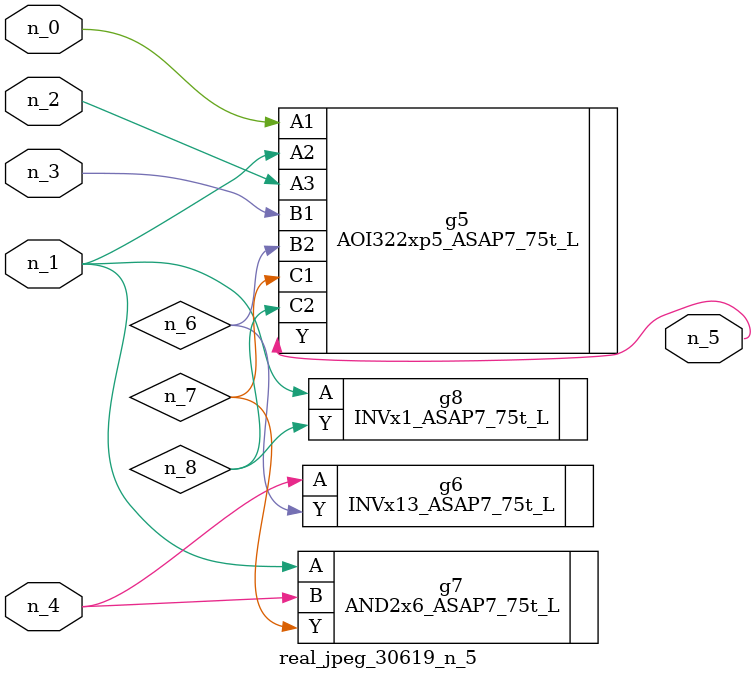
<source format=v>
module real_jpeg_30619_n_5 (n_4, n_0, n_1, n_2, n_3, n_5);

input n_4;
input n_0;
input n_1;
input n_2;
input n_3;

output n_5;

wire n_8;
wire n_6;
wire n_7;

AOI322xp5_ASAP7_75t_L g5 ( 
.A1(n_0),
.A2(n_1),
.A3(n_2),
.B1(n_3),
.B2(n_6),
.C1(n_7),
.C2(n_8),
.Y(n_5)
);

AND2x6_ASAP7_75t_L g7 ( 
.A(n_1),
.B(n_4),
.Y(n_7)
);

INVx1_ASAP7_75t_L g8 ( 
.A(n_1),
.Y(n_8)
);

INVx13_ASAP7_75t_L g6 ( 
.A(n_4),
.Y(n_6)
);


endmodule
</source>
